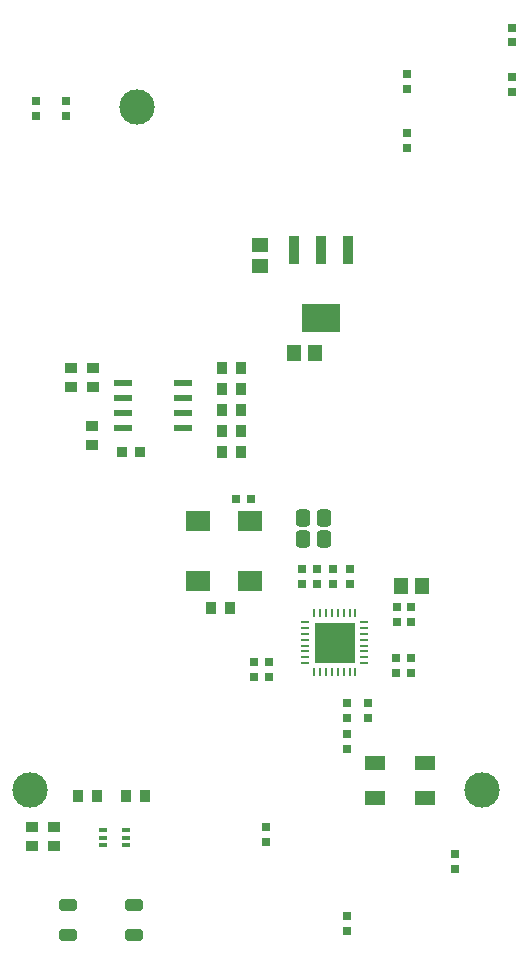
<source format=gtp>
%FSLAX43Y43*%
%MOMM*%
G71*
G01*
G75*
G04 Layer_Color=8421504*
%ADD10C,1.000*%
%ADD11R,1.000X0.900*%
%ADD12R,0.900X1.000*%
%ADD13R,1.300X1.400*%
G04:AMPARAMS|DCode=14|XSize=1mm|YSize=1.5mm|CornerRadius=0.25mm|HoleSize=0mm|Usage=FLASHONLY|Rotation=90.000|XOffset=0mm|YOffset=0mm|HoleType=Round|Shape=RoundedRectangle|*
%AMROUNDEDRECTD14*
21,1,1.000,1.000,0,0,90.0*
21,1,0.500,1.500,0,0,90.0*
1,1,0.500,0.500,0.250*
1,1,0.500,0.500,-0.250*
1,1,0.500,-0.500,-0.250*
1,1,0.500,-0.500,0.250*
%
%ADD14ROUNDEDRECTD14*%
%ADD15R,0.800X0.800*%
G04:AMPARAMS|DCode=16|XSize=1.45mm|YSize=1.25mm|CornerRadius=0.313mm|HoleSize=0mm|Usage=FLASHONLY|Rotation=90.000|XOffset=0mm|YOffset=0mm|HoleType=Round|Shape=RoundedRectangle|*
%AMROUNDEDRECTD16*
21,1,1.450,0.625,0,0,90.0*
21,1,0.825,1.250,0,0,90.0*
1,1,0.625,0.313,0.412*
1,1,0.625,0.313,-0.412*
1,1,0.625,-0.313,-0.412*
1,1,0.625,-0.313,0.412*
%
%ADD16ROUNDEDRECTD16*%
%ADD17R,1.500X0.600*%
%ADD18R,0.813X0.914*%
%ADD19R,0.650X0.400*%
%ADD20R,0.800X0.800*%
%ADD21R,1.400X1.300*%
%ADD22R,3.300X2.400*%
%ADD23R,0.950X2.400*%
%ADD24O,0.800X0.250*%
%ADD25O,0.250X0.800*%
%ADD26R,3.450X3.450*%
%ADD27R,1.700X1.250*%
%ADD28R,2.000X1.800*%
%ADD29C,0.254*%
%ADD30C,0.500*%
%ADD31C,0.889*%
%ADD32C,1.270*%
%ADD33C,0.635*%
%ADD34C,0.300*%
%ADD35C,0.381*%
%ADD36R,1.700X1.700*%
%ADD37C,1.700*%
%ADD38C,1.300*%
%ADD39C,1.420*%
%ADD40R,1.420X1.420*%
%ADD41C,3.175*%
%ADD42C,0.800*%
%ADD43C,0.900*%
%ADD44C,0.200*%
%ADD45C,0.250*%
%ADD46C,0.600*%
%ADD47C,0.400*%
%ADD48C,0.100*%
%ADD49C,0.127*%
%ADD50C,3.000*%
D11*
X68707Y110401D02*
D03*
Y108801D02*
D03*
X63500Y71539D02*
D03*
Y69939D02*
D03*
X65405Y71539D02*
D03*
Y69939D02*
D03*
X66802Y110401D02*
D03*
Y108801D02*
D03*
X68580Y103848D02*
D03*
Y105448D02*
D03*
D12*
X81191Y106807D02*
D03*
X79591D02*
D03*
X78702Y90043D02*
D03*
X80302D02*
D03*
X71463Y74168D02*
D03*
X73063D02*
D03*
X81191Y105029D02*
D03*
X79591D02*
D03*
X81191Y110363D02*
D03*
X79591D02*
D03*
Y103251D02*
D03*
X81191D02*
D03*
X79591Y108585D02*
D03*
X81191D02*
D03*
X68999Y74168D02*
D03*
X67399D02*
D03*
D13*
X85714Y111633D02*
D03*
X87514D02*
D03*
X96531Y91948D02*
D03*
X94731D02*
D03*
D14*
X72136Y64897D02*
D03*
Y62397D02*
D03*
X66548Y64897D02*
D03*
Y62397D02*
D03*
D15*
X90170Y62738D02*
D03*
Y63988D02*
D03*
X99314Y67945D02*
D03*
Y69195D02*
D03*
X95250Y135255D02*
D03*
Y134005D02*
D03*
X104140Y139192D02*
D03*
Y137942D02*
D03*
X86360Y92075D02*
D03*
Y93325D02*
D03*
X87630Y92075D02*
D03*
Y93325D02*
D03*
X104140Y133731D02*
D03*
Y134981D02*
D03*
X95250Y129032D02*
D03*
Y130282D02*
D03*
X89027Y92075D02*
D03*
Y93325D02*
D03*
X90424Y92075D02*
D03*
Y93325D02*
D03*
X90170Y78105D02*
D03*
Y79355D02*
D03*
Y80772D02*
D03*
Y82022D02*
D03*
X83312Y70231D02*
D03*
Y71481D02*
D03*
X66421Y132969D02*
D03*
Y131719D02*
D03*
X91948Y80772D02*
D03*
Y82022D02*
D03*
X63881Y132969D02*
D03*
Y131719D02*
D03*
D16*
X86501Y97663D02*
D03*
X88251D02*
D03*
X86501Y95885D02*
D03*
X88251D02*
D03*
D17*
X76337Y105283D02*
D03*
Y106553D02*
D03*
Y107823D02*
D03*
Y109093D02*
D03*
X71237Y105283D02*
D03*
Y106553D02*
D03*
Y107823D02*
D03*
Y109093D02*
D03*
D18*
X71095Y103251D02*
D03*
X72669D02*
D03*
D19*
X71435Y71262D02*
D03*
Y70612D02*
D03*
Y69962D02*
D03*
X69535D02*
D03*
Y70612D02*
D03*
Y71262D02*
D03*
D20*
X94361Y84582D02*
D03*
X95611D02*
D03*
X94361Y85852D02*
D03*
X95611D02*
D03*
X94381Y88900D02*
D03*
X95631D02*
D03*
X94381Y90170D02*
D03*
X95631D02*
D03*
X83566Y85471D02*
D03*
X82316D02*
D03*
X83566Y84201D02*
D03*
X82316D02*
D03*
X82042Y99314D02*
D03*
X80792D02*
D03*
D21*
X82804Y118988D02*
D03*
Y120788D02*
D03*
D22*
X88011Y114575D02*
D03*
D23*
X85711Y120375D02*
D03*
X88011D02*
D03*
X90311D02*
D03*
D24*
X86654Y88872D02*
D03*
Y88372D02*
D03*
Y87872D02*
D03*
Y87372D02*
D03*
Y86872D02*
D03*
Y86372D02*
D03*
Y85872D02*
D03*
Y85372D02*
D03*
X91654D02*
D03*
Y85872D02*
D03*
Y86372D02*
D03*
Y86872D02*
D03*
Y87372D02*
D03*
Y87872D02*
D03*
Y88372D02*
D03*
Y88872D02*
D03*
D25*
X87404Y84622D02*
D03*
X87904D02*
D03*
X88404D02*
D03*
X88904D02*
D03*
X89404D02*
D03*
X89904D02*
D03*
X90404D02*
D03*
X90904D02*
D03*
Y89622D02*
D03*
X90404D02*
D03*
X89904D02*
D03*
X89404D02*
D03*
X88904D02*
D03*
X88404D02*
D03*
X87904D02*
D03*
X87404D02*
D03*
D26*
X89154Y87122D02*
D03*
D27*
X92583Y73963D02*
D03*
Y76913D02*
D03*
X96774Y73963D02*
D03*
Y76913D02*
D03*
D28*
X77597Y97409D02*
D03*
Y92329D02*
D03*
X81997D02*
D03*
Y97409D02*
D03*
D50*
X101600Y74676D02*
D03*
X63373D02*
D03*
X72390Y132461D02*
D03*
M02*

</source>
